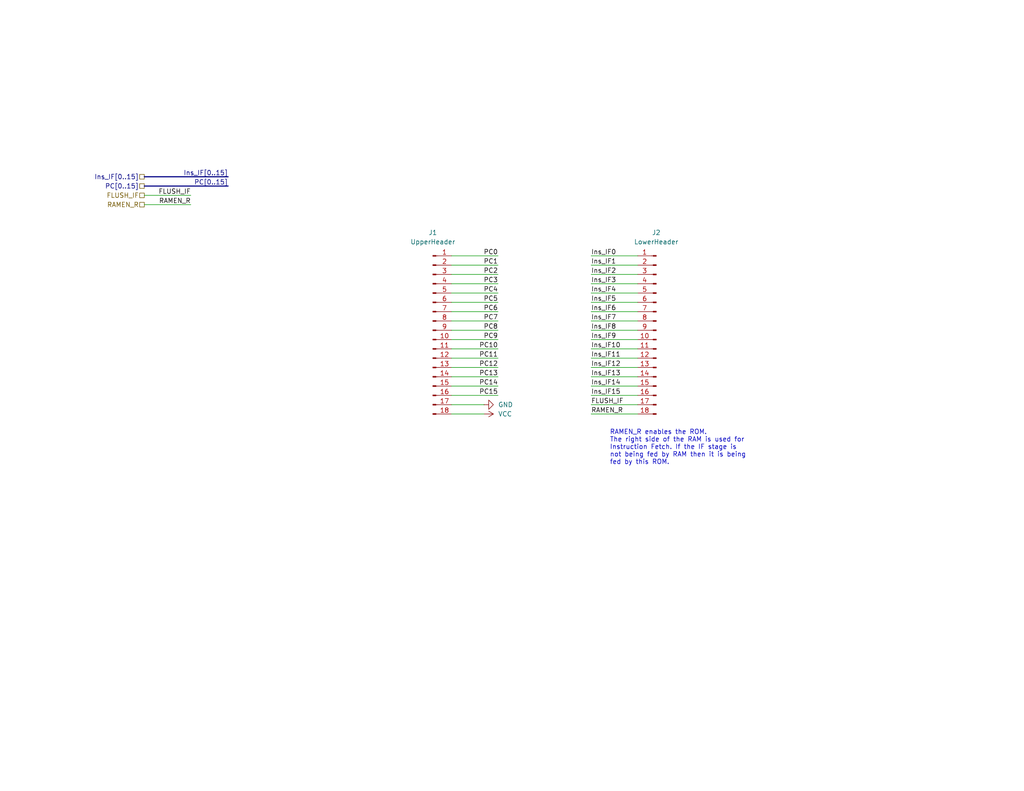
<source format=kicad_sch>
(kicad_sch (version 20250114) (generator "eeschema") (generator_version "9.0")
  (paper "USLetter")
  (title_block (date "2025-08-01") (rev "A"))
  (lib_symbols
    (symbol "Connector:Conn_01x18_Pin" (pin_names (offset 1.016) (hide yes))
      (property "Reference" "J" (at 0 22.86 0))
      (property "Value" "Conn_01x18_Pin" (at 0 -25.4 0))
      (symbol "Conn_01x18_Pin_1_1"
        (rectangle (start 0.8636 20.447) (end 0 20.193) (stroke (width 0.1524)) (fill (type outline)))
        (rectangle (start 0.8636 17.907) (end 0 17.653) (stroke (width 0.1524)) (fill (type outline)))
        (rectangle (start 0.8636 15.367) (end 0 15.113) (stroke (width 0.1524)) (fill (type outline)))
        (rectangle (start 0.8636 12.827) (end 0 12.573) (stroke (width 0.1524)) (fill (type outline)))
        (rectangle (start 0.8636 10.287) (end 0 10.033) (stroke (width 0.1524)) (fill (type outline)))
        (rectangle (start 0.8636 7.747) (end 0 7.493) (stroke (width 0.1524)) (fill (type outline)))
        (rectangle (start 0.8636 5.207) (end 0 4.953) (stroke (width 0.1524)) (fill (type outline)))
        (rectangle (start 0.8636 2.667) (end 0 2.413) (stroke (width 0.1524)) (fill (type outline)))
        (rectangle (start 0.8636 0.127) (end 0 -0.127) (stroke (width 0.1524)) (fill (type outline)))
        (rectangle (start 0.8636 -2.413) (end 0 -2.667) (stroke (width 0.1524)) (fill (type outline)))
        (rectangle (start 0.8636 -4.953) (end 0 -5.207) (stroke (width 0.1524)) (fill (type outline)))
        (rectangle (start 0.8636 -7.493) (end 0 -7.747) (stroke (width 0.1524)) (fill (type outline)))
        (rectangle (start 0.8636 -10.033) (end 0 -10.287) (stroke (width 0.1524)) (fill (type outline)))
        (rectangle (start 0.8636 -12.573) (end 0 -12.827) (stroke (width 0.1524)) (fill (type outline)))
        (rectangle (start 0.8636 -15.113) (end 0 -15.367) (stroke (width 0.1524)) (fill (type outline)))
        (rectangle (start 0.8636 -17.653) (end 0 -17.907) (stroke (width 0.1524)) (fill (type outline)))
        (rectangle (start 0.8636 -20.193) (end 0 -20.447) (stroke (width 0.1524)) (fill (type outline)))
        (rectangle (start 0.8636 -22.733) (end 0 -22.987) (stroke (width 0.1524)) (fill (type outline)))
        (polyline (pts (xy 1.27 20.32) (xy 0.8636 20.32)) (stroke (width 0.1524)))
        (polyline (pts (xy 1.27 17.78) (xy 0.8636 17.78)) (stroke (width 0.1524)))
        (polyline (pts (xy 1.27 15.24) (xy 0.8636 15.24)) (stroke (width 0.1524)))
        (polyline (pts (xy 1.27 12.7) (xy 0.8636 12.7)) (stroke (width 0.1524)))
        (polyline (pts (xy 1.27 10.16) (xy 0.8636 10.16)) (stroke (width 0.1524)))
        (polyline (pts (xy 1.27 7.62) (xy 0.8636 7.62)) (stroke (width 0.1524)))
        (polyline (pts (xy 1.27 5.08) (xy 0.8636 5.08)) (stroke (width 0.1524)))
        (polyline (pts (xy 1.27 2.54) (xy 0.8636 2.54)) (stroke (width 0.1524)))
        (polyline (pts (xy 1.27 0) (xy 0.8636 0)) (stroke (width 0.1524)))
        (polyline (pts (xy 1.27 -2.54) (xy 0.8636 -2.54)) (stroke (width 0.1524)))
        (polyline (pts (xy 1.27 -5.08) (xy 0.8636 -5.08)) (stroke (width 0.1524)))
        (polyline (pts (xy 1.27 -7.62) (xy 0.8636 -7.62)) (stroke (width 0.1524)))
        (polyline (pts (xy 1.27 -10.16) (xy 0.8636 -10.16)) (stroke (width 0.1524)))
        (polyline (pts (xy 1.27 -12.7) (xy 0.8636 -12.7)) (stroke (width 0.1524)))
        (polyline (pts (xy 1.27 -15.24) (xy 0.8636 -15.24)) (stroke (width 0.1524)))
        (polyline (pts (xy 1.27 -17.78) (xy 0.8636 -17.78)) (stroke (width 0.1524)))
        (polyline (pts (xy 1.27 -20.32) (xy 0.8636 -20.32)) (stroke (width 0.1524)))
        (polyline (pts (xy 1.27 -22.86) (xy 0.8636 -22.86)) (stroke (width 0.1524)))
        (pin passive line (at 5.08 20.32 180) (length 3.81) (name "Pin_1") (number "1"))
        (pin passive line (at 5.08 17.78 180) (length 3.81) (name "Pin_2") (number "2"))
        (pin passive line (at 5.08 15.24 180) (length 3.81) (name "Pin_3") (number "3"))
        (pin passive line (at 5.08 12.7 180) (length 3.81) (name "Pin_4") (number "4"))
        (pin passive line (at 5.08 10.16 180) (length 3.81) (name "Pin_5") (number "5"))
        (pin passive line (at 5.08 7.62 180) (length 3.81) (name "Pin_6") (number "6"))
        (pin passive line (at 5.08 5.08 180) (length 3.81) (name "Pin_7") (number "7"))
        (pin passive line (at 5.08 2.54 180) (length 3.81) (name "Pin_8") (number "8"))
        (pin passive line (at 5.08 0 180) (length 3.81) (name "Pin_9") (number "9"))
        (pin passive line (at 5.08 -2.54 180) (length 3.81) (name "Pin_10") (number "10"))
        (pin passive line (at 5.08 -5.08 180) (length 3.81) (name "Pin_11") (number "11"))
        (pin passive line (at 5.08 -7.62 180) (length 3.81) (name "Pin_12") (number "12"))
        (pin passive line (at 5.08 -10.16 180) (length 3.81) (name "Pin_13") (number "13"))
        (pin passive line (at 5.08 -12.7 180) (length 3.81) (name "Pin_14") (number "14"))
        (pin passive line (at 5.08 -15.24 180) (length 3.81) (name "Pin_15") (number "15"))
        (pin passive line (at 5.08 -17.78 180) (length 3.81) (name "Pin_16") (number "16"))
        (pin passive line (at 5.08 -20.32 180) (length 3.81) (name "Pin_17") (number "17"))
        (pin passive line (at 5.08 -22.86 180) (length 3.81) (name "Pin_18") (number "18"))
      )
    )
    (symbol "power:GND" (power) (pin_numbers (hide yes)) (pin_names (offset 0) (hide yes))
      (property "Value" "GND" (at 0 -3.81 0))
      (symbol "GND_0_1"
        (polyline (pts (xy 0 0) (xy 0 -1.27) (xy 1.27 -1.27) (xy 0 -2.54) (xy -1.27 -1.27) (xy 0 -1.27)))
      )
      (symbol "GND_1_1"
        (pin power_in line (at 0 0 270) (length 0) (name "~") (number "1"))
      )
    )
    (symbol "power:VCC" (power) (pin_numbers (hide yes)) (pin_names (offset 0) (hide yes))
      (property "Value" "VCC" (at 0 3.556 0))
      (symbol "VCC_0_1"
        (polyline (pts (xy -0.762 1.27) (xy 0 2.54)))
        (polyline (pts (xy 0 2.54) (xy 0.762 1.27)))
        (polyline (pts (xy 0 0) (xy 0 2.54)))
      )
      (symbol "VCC_1_1"
        (pin power_in line (at 0 0 90) (length 0) (name "~") (number "1"))
      )
    )
  )
  (text "RAMEN_R enables the ROM.\nThe right side of the RAM is used for\nInstruction Fetch. If the IF stage is\nnot being fed by RAM then it is being\nfed by this ROM." (at 166.37 127 0) (effects (font (size 1.27 1.27)) (justify left bottom)))
  (wire (pts (xy 135.89 77.47) (xy 123.19 77.47)))
  (wire (pts (xy 161.29 69.85) (xy 173.99 69.85)))
  (wire (pts (xy 161.29 72.39) (xy 173.99 72.39)))
  (wire (pts (xy 161.29 74.93) (xy 173.99 74.93)))
  (wire (pts (xy 161.29 107.95) (xy 173.99 107.95)))
  (wire (pts (xy 161.29 110.49) (xy 173.99 110.49)))
  (wire (pts (xy 161.29 77.47) (xy 173.99 77.47)))
  (wire (pts (xy 135.89 92.71) (xy 123.19 92.71)))
  (wire (pts (xy 161.29 105.41) (xy 173.99 105.41)))
  (wire (pts (xy 135.89 72.39) (xy 123.19 72.39)))
  (wire (pts (xy 161.29 80.01) (xy 173.99 80.01)))
  (wire (pts (xy 135.89 80.01) (xy 123.19 80.01)))
  (wire (pts (xy 161.29 95.25) (xy 173.99 95.25)))
  (wire (pts (xy 135.89 105.41) (xy 123.19 105.41)))
  (bus (pts (xy 39.37 50.8) (xy 62.23 50.8)))
  (wire (pts (xy 161.29 92.71) (xy 173.99 92.71)))
  (wire (pts (xy 52.07 53.34) (xy 39.37 53.34)))
  (wire (pts (xy 161.29 113.03) (xy 173.99 113.03)))
  (wire (pts (xy 135.89 100.33) (xy 123.19 100.33)))
  (bus (pts (xy 39.37 48.26) (xy 62.23 48.26)))
  (wire (pts (xy 161.29 100.33) (xy 173.99 100.33)))
  (wire (pts (xy 135.89 74.93) (xy 123.19 74.93)))
  (wire (pts (xy 123.19 113.03) (xy 132.08 113.03)))
  (wire (pts (xy 135.89 102.87) (xy 123.19 102.87)))
  (wire (pts (xy 161.29 85.09) (xy 173.99 85.09)))
  (wire (pts (xy 161.29 102.87) (xy 173.99 102.87)))
  (wire (pts (xy 123.19 110.49) (xy 132.08 110.49)))
  (wire (pts (xy 135.89 82.55) (xy 123.19 82.55)))
  (wire (pts (xy 135.89 69.85) (xy 123.19 69.85)))
  (wire (pts (xy 52.07 55.88) (xy 39.37 55.88)))
  (wire (pts (xy 135.89 97.79) (xy 123.19 97.79)))
  (wire (pts (xy 135.89 95.25) (xy 123.19 95.25)))
  (wire (pts (xy 161.29 87.63) (xy 173.99 87.63)))
  (wire (pts (xy 135.89 85.09) (xy 123.19 85.09)))
  (wire (pts (xy 161.29 82.55) (xy 173.99 82.55)))
  (wire (pts (xy 161.29 90.17) (xy 173.99 90.17)))
  (wire (pts (xy 161.29 97.79) (xy 173.99 97.79)))
  (wire (pts (xy 135.89 107.95) (xy 123.19 107.95)))
  (wire (pts (xy 135.89 87.63) (xy 123.19 87.63)))
  (wire (pts (xy 135.89 90.17) (xy 123.19 90.17)))
  (label "PC1" (at 135.89 72.39 180))
  (label "PC12" (at 135.89 100.33 180))
  (label "Ins_IF11" (at 161.29 97.79 0))
  (label "PC9" (at 135.89 92.71 180))
  (label "PC2" (at 135.89 74.93 180))
  (label "PC[0..15]" (at 62.23 50.8 180))
  (label "Ins_IF5" (at 161.29 82.55 0))
  (label "PC7" (at 135.89 87.63 180))
  (label "PC4" (at 135.89 80.01 180))
  (label "Ins_IF[0..15]" (at 62.23 48.26 180))
  (label "RAMEN_R" (at 52.07 55.88 180))
  (label "Ins_IF14" (at 161.29 105.41 0))
  (label "FLUSH_IF" (at 52.07 53.34 180))
  (label "PC3" (at 135.89 77.47 180))
  (label "Ins_IF13" (at 161.29 102.87 0))
  (label "FLUSH_IF" (at 161.29 110.49 0))
  (label "PC8" (at 135.89 90.17 180))
  (label "PC14" (at 135.89 105.41 180))
  (label "PC13" (at 135.89 102.87 180))
  (label "Ins_IF6" (at 161.29 85.09 0))
  (label "Ins_IF1" (at 161.29 72.39 0))
  (label "PC6" (at 135.89 85.09 180))
  (label "Ins_IF7" (at 161.29 87.63 0))
  (label "Ins_IF0" (at 161.29 69.85 0))
  (label "Ins_IF8" (at 161.29 90.17 0))
  (label "RAMEN_R" (at 161.29 113.03 0))
  (label "Ins_IF9" (at 161.29 92.71 0))
  (label "PC10" (at 135.89 95.25 180))
  (label "PC11" (at 135.89 97.79 180))
  (label "PC5" (at 135.89 82.55 180))
  (label "Ins_IF3" (at 161.29 77.47 0))
  (label "Ins_IF15" (at 161.29 107.95 0))
  (label "Ins_IF2" (at 161.29 74.93 0))
  (label "PC15" (at 135.89 107.95 180))
  (label "Ins_IF4" (at 161.29 80.01 0))
  (label "Ins_IF12" (at 161.29 100.33 0))
  (label "Ins_IF10" (at 161.29 95.25 0))
  (label "PC0" (at 135.89 69.85 180))
  (hierarchical_label "RAMEN_R" (shape passive) (at 39.37 55.88 180))
  (hierarchical_label "Ins_IF[0..15]" (shape passive) (at 39.37 48.26 180))
  (hierarchical_label "PC[0..15]" (shape passive) (at 39.37 50.8 180))
  (hierarchical_label "FLUSH_IF" (shape passive) (at 39.37 53.34 180))
  (symbol (lib_id "Connector:Conn_01x18_Pin") (at 118.11 90.17 0) (unit 1)
    (property "Reference" "J3" (at 118.11 63.5 0))
    (property "Value" "UpperHeader" (at 118.11 66.04 0))
    (property "Footprint" "Connector_PinHeader_2.54mm:PinHeader_1x18_P2.54mm_Vertical" (effects (hide yes)))
    (instances (project "" (path "" (reference "J1") (unit 1))) (project "" (path "" (reference "J3") (unit 1))))
  )
  (symbol (lib_id "power:GND") (at 132.08 110.49 90) (unit 1)
    (property "Reference" "#PWR061" (effects (hide yes)))
    (property "Value" "GND" (at 135.89 110.49 90) (effects (justify right)))
    (property "Description" "Power symbol creates a global label with name \"GND\" , ground" (effects (hide yes)))
    (instances (project "" (path "" (reference "#PWR056") (unit 1))) (project "" (path "" (reference "#PWR061") (unit 1))))
  )
  (symbol (lib_id "Connector:Conn_01x18_Pin") (at 179.07 90.17 0) (mirror y) (unit 1)
    (property "Reference" "J4" (at 179.07 63.5 0))
    (property "Value" "LowerHeader" (at 179.07 66.04 0))
    (property "Footprint" "Connector_PinHeader_2.54mm:PinHeader_1x18_P2.54mm_Vertical" (effects (hide yes)))
    (instances (project "" (path "" (reference "J2") (unit 1))) (project "" (path "" (reference "J4") (unit 1))))
  )
  (symbol (lib_id "power:VCC") (at 132.08 113.03 270) (unit 1)
    (property "Reference" "#PWR062" (effects (hide yes)))
    (property "Value" "VCC" (at 135.89 113.03 90) (effects (justify left)))
    (property "Description" "Power symbol creates a global label with name \"VCC\"" (effects (hide yes)))
    (instances (project "" (path "" (reference "#PWR057") (unit 1))) (project "" (path "" (reference "#PWR062") (unit 1))))
  )
)
</source>
